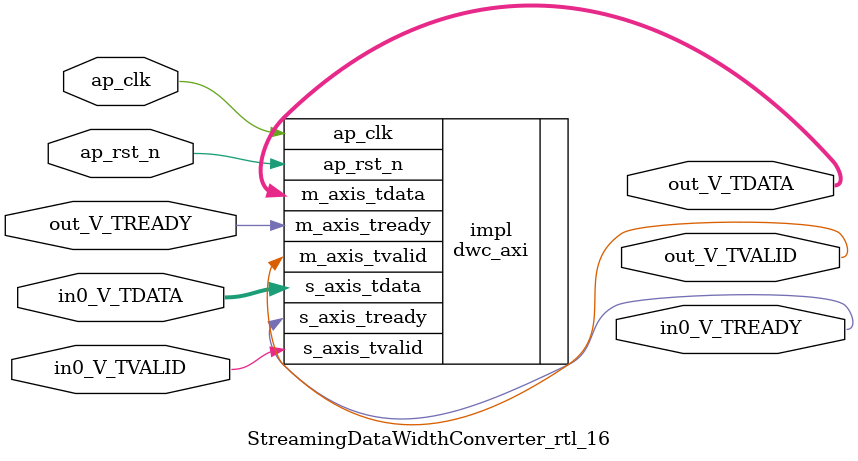
<source format=v>
/******************************************************************************
 * Copyright (C) 2023, Advanced Micro Devices, Inc.
 * All rights reserved.
 *
 * Redistribution and use in source and binary forms, with or without
 * modification, are permitted provided that the following conditions are met:
 *
 *  1. Redistributions of source code must retain the above copyright notice,
 *     this list of conditions and the following disclaimer.
 *
 *  2. Redistributions in binary form must reproduce the above copyright
 *     notice, this list of conditions and the following disclaimer in the
 *     documentation and/or other materials provided with the distribution.
 *
 *  3. Neither the name of the copyright holder nor the names of its
 *     contributors may be used to endorse or promote products derived from
 *     this software without specific prior written permission.
 *
 * THIS SOFTWARE IS PROVIDED BY THE COPYRIGHT HOLDERS AND CONTRIBUTORS "AS IS"
 * AND ANY EXPRESS OR IMPLIED WARRANTIES, INCLUDING, BUT NOT LIMITED TO,
 * THE IMPLIED WARRANTIES OF MERCHANTABILITY AND FITNESS FOR A PARTICULAR
 * PURPOSE ARE DISCLAIMED. IN NO EVENT SHALL THE COPYRIGHT HOLDER OR
 * CONTRIBUTORS BE LIABLE FOR ANY DIRECT, INDIRECT, INCIDENTAL, SPECIAL,
 * EXEMPLARY, OR CONSEQUENTIAL DAMAGES (INCLUDING, BUT NOT LIMITED TO,
 * PROCUREMENT OF SUBSTITUTE GOODS OR SERVICES; LOSS OF USE, DATA, OR PROFITS;
 * OR BUSINESS INTERRUPTION). HOWEVER CAUSED AND ON ANY THEORY OF LIABILITY,
 * WHETHER IN CONTRACT, STRICT LIABILITY, OR TORT (INCLUDING NEGLIGENCE OR
 * OTHERWISE) ARISING IN ANY WAY OUT OF THE USE OF THIS SOFTWARE, EVEN IF
 * ADVISED OF THE POSSIBILITY OF SUCH DAMAGE.
 *****************************************************************************/

module StreamingDataWidthConverter_rtl_16 #(
	parameter  IBITS = 4,
	parameter  OBITS = 48,

	parameter  AXI_IBITS = (IBITS+7)/8 * 8,
	parameter  AXI_OBITS = (OBITS+7)/8 * 8
)(
	//- Global Control ------------------
	(* X_INTERFACE_INFO = "xilinx.com:signal:clock:1.0 ap_clk CLK" *)
	(* X_INTERFACE_PARAMETER = "ASSOCIATED_BUSIF in0_V:out_V, ASSOCIATED_RESET ap_rst_n" *)
	input	ap_clk,
	(* X_INTERFACE_PARAMETER = "POLARITY ACTIVE_LOW" *)
	input	ap_rst_n,

	//- AXI Stream - Input --------------
	output	in0_V_TREADY,
	input	in0_V_TVALID,
	input	[AXI_IBITS-1:0]  in0_V_TDATA,

	//- AXI Stream - Output -------------
	input	out_V_TREADY,
	output	out_V_TVALID,
	output	[AXI_OBITS-1:0]  out_V_TDATA
);

	dwc_axi #(
		.IBITS(IBITS),
		.OBITS(OBITS)
	) impl (
		.ap_clk(ap_clk),
		.ap_rst_n(ap_rst_n),
		.s_axis_tready(in0_V_TREADY),
		.s_axis_tvalid(in0_V_TVALID),
		.s_axis_tdata(in0_V_TDATA),
		.m_axis_tready(out_V_TREADY),
		.m_axis_tvalid(out_V_TVALID),
		.m_axis_tdata(out_V_TDATA)
	);

endmodule

</source>
